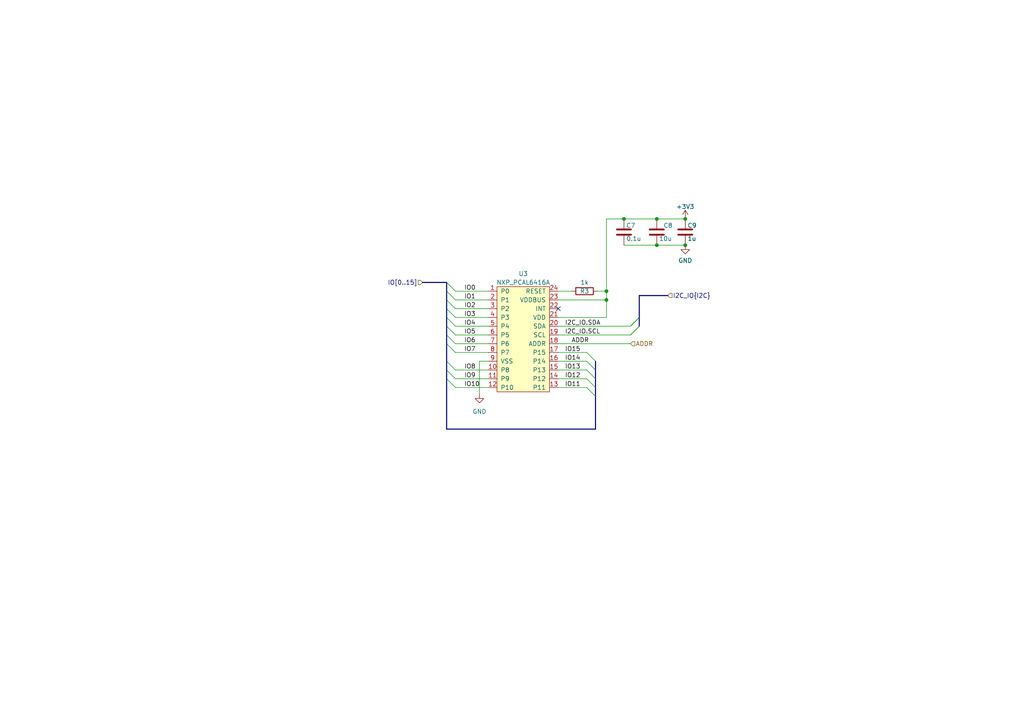
<source format=kicad_sch>
(kicad_sch (version 20211123) (generator eeschema)
  (paper "A4")
  (lib_symbols
    (symbol "Device:C" (pin_numbers hide) (pin_names (offset 0.254))
      (property "Reference" "C" (at 0.635 2.54 0))
      (property "Value" "C" (at 0.635 -2.54 0))
      (symbol "C_0_1"
        (polyline (pts (xy -2.032 -0.762) (xy 2.032 -0.762)) (stroke (width 0.508)))
        (polyline (pts (xy -2.032 0.762) (xy 2.032 0.762)) (stroke (width 0.508)))
      )
      (symbol "C_1_1"
        (pin passive line (at 0 3.81 270) (length 2.794) (name "~") (number "1"))
        (pin passive line (at 0 -3.81 90) (length 2.794) (name "~") (number "2"))
      )
    )
    (symbol "Device:R" (pin_numbers hide) (pin_names (offset 0))
      (property "Reference" "R" (at 2.032 0 90))
      (property "Value" "R" (at 0 0 90))
      (symbol "R_0_1"
        (rectangle (start -1.016 -2.54) (end 1.016 2.54) (stroke (width 0.254)))
      )
      (symbol "R_1_1"
        (pin passive line (at 0 3.81 270) (length 1.27) (name "~") (number "1"))
        (pin passive line (at 0 -3.81 90) (length 1.27) (name "~") (number "2"))
      )
    )
    (symbol "ILO_sym:NXP_PCAL6416A" (pin_names (offset 1.016))
      (property "Reference" "U" (at 0 11.43 0))
      (property "Value" "NXP_PCAL6416A" (at 0 13.97 0))
      (symbol "NXP_PCAL6416A_0_1"
        (rectangle (start -7.62 10.16) (end 7.62 -20.32) (fill (type background)))
      )
      (symbol "NXP_PCAL6416A_1_1"
        (pin input line (at -10.16 8.89 0) (length 2.54) (name "P0") (number "1"))
        (pin input line (at -10.16 -13.97 0) (length 2.54) (name "P8") (number "10"))
        (pin input line (at -10.16 -16.51 0) (length 2.54) (name "P9") (number "11"))
        (pin input line (at -10.16 -19.05 0) (length 2.54) (name "P10") (number "12"))
        (pin input line (at 10.16 -19.05 180) (length 2.54) (name "P11") (number "13"))
        (pin input line (at 10.16 -16.51 180) (length 2.54) (name "P12") (number "14"))
        (pin input line (at 10.16 -13.97 180) (length 2.54) (name "P13") (number "15"))
        (pin input line (at 10.16 -11.43 180) (length 2.54) (name "P14") (number "16"))
        (pin input line (at 10.16 -8.89 180) (length 2.54) (name "P15") (number "17"))
        (pin input line (at 10.16 -6.35 180) (length 2.54) (name "ADDR") (number "18"))
        (pin input line (at 10.16 -3.81 180) (length 2.54) (name "SCL") (number "19"))
        (pin input line (at -10.16 6.35 0) (length 2.54) (name "P1") (number "2"))
        (pin input line (at 10.16 -1.27 180) (length 2.54) (name "SDA") (number "20"))
        (pin input line (at 10.16 1.27 180) (length 2.54) (name "VDD") (number "21"))
        (pin input line (at 10.16 3.81 180) (length 2.54) (name "INT") (number "22"))
        (pin input line (at 10.16 6.35 180) (length 2.54) (name "VDDBUS") (number "23"))
        (pin input line (at 10.16 8.89 180) (length 2.54) (name "RESET") (number "24"))
        (pin input line (at -10.16 3.81 0) (length 2.54) (name "P2") (number "3"))
        (pin input line (at -10.16 1.27 0) (length 2.54) (name "P3") (number "4"))
        (pin input line (at -10.16 -1.27 0) (length 2.54) (name "P4") (number "5"))
        (pin input line (at -10.16 -3.81 0) (length 2.54) (name "P5") (number "6"))
        (pin input line (at -10.16 -6.35 0) (length 2.54) (name "P6") (number "7"))
        (pin input line (at -10.16 -8.89 0) (length 2.54) (name "P7") (number "8"))
        (pin input line (at -10.16 -11.43 0) (length 2.54) (name "VSS") (number "9"))
      )
    )
    (symbol "power:+3V3" (power) (pin_names (offset 0))
      (property "Value" "+3V3" (at 0 3.556 0))
      (symbol "+3V3_0_1"
        (polyline (pts (xy -0.762 1.27) (xy 0 2.54)))
        (polyline (pts (xy 0 0) (xy 0 2.54)))
        (polyline (pts (xy 0 2.54) (xy 0.762 1.27)))
      )
      (symbol "+3V3_1_1"
        (pin power_in line (at 0 0 90) (length 0) hide (name "+3V3") (number "1"))
      )
    )
    (symbol "power:GND" (power) (pin_names (offset 0))
      (property "Value" "GND" (at 0 -3.81 0))
      (symbol "GND_0_1"
        (polyline (pts (xy 0 0) (xy 0 -1.27) (xy 1.27 -1.27) (xy 0 -2.54) (xy -1.27 -1.27) (xy 0 -1.27)))
      )
      (symbol "GND_1_1"
        (pin power_in line (at 0 0 270) (length 0) hide (name "GND") (number "1"))
      )
    )
  )
  (bus_alias "I2C" (members "SDA" "SCL"))
  (junction (at 198.755 63.5))
  (junction (at 175.895 86.995))
  (junction (at 180.975 63.5))
  (junction (at 175.895 84.455))
  (junction (at 190.5 63.5))
  (junction (at 198.755 71.12))
  (junction (at 190.5 71.12))
  (no_connect (at 161.925 89.535))
  (bus_entry (at 170.18 104.775) (size 2.54 2.54))
  (bus_entry (at 185.42 94.615) (size -2.54 2.54))
  (bus_entry (at 170.18 109.855) (size 2.54 2.54))
  (bus_entry (at 170.18 102.235) (size 2.54 2.54))
  (bus_entry (at 185.42 94.615) (size -2.54 2.54))
  (bus_entry (at 185.42 92.075) (size -2.54 2.54))
  (bus_entry (at 129.54 84.455) (size 2.54 2.54))
  (bus_entry (at 185.42 92.075) (size -2.54 2.54))
  (bus_entry (at 129.54 99.695) (size 2.54 2.54))
  (bus_entry (at 129.54 104.775) (size 2.54 2.54))
  (bus_entry (at 170.18 107.315) (size 2.54 2.54))
  (bus_entry (at 129.54 94.615) (size 2.54 2.54))
  (bus_entry (at 170.18 112.395) (size 2.54 2.54))
  (bus_entry (at 129.54 89.535) (size 2.54 2.54))
  (bus_entry (at 129.54 86.995) (size 2.54 2.54))
  (bus_entry (at 129.54 109.855) (size 2.54 2.54))
  (bus_entry (at 129.54 97.155) (size 2.54 2.54))
  (bus_entry (at 129.54 81.915) (size 2.54 2.54))
  (bus_entry (at 129.54 92.075) (size 2.54 2.54))
  (bus_entry (at 129.54 107.315) (size 2.54 2.54))
  (bus (pts (xy 129.54 99.695) (xy 129.54 97.155)))
  (wire (pts (xy 190.5 71.12) (xy 198.755 71.12)))
  (bus (pts (xy 172.72 109.855) (xy 172.72 112.395)))
  (wire (pts (xy 132.08 102.235) (xy 141.605 102.235)))
  (bus (pts (xy 129.54 84.455) (xy 129.54 81.915)))
  (wire (pts (xy 182.88 99.695) (xy 161.925 99.695)))
  (wire (pts (xy 132.08 92.075) (xy 141.605 92.075)))
  (wire (pts (xy 132.08 112.395) (xy 141.605 112.395)))
  (wire (pts (xy 132.08 99.695) (xy 141.605 99.695)))
  (bus (pts (xy 172.72 114.935) (xy 172.72 124.46)))
  (bus (pts (xy 129.54 124.46) (xy 172.72 124.46)))
  (bus (pts (xy 129.54 97.155) (xy 129.54 94.615)))
  (wire (pts (xy 132.08 107.315) (xy 141.605 107.315)))
  (bus (pts (xy 129.54 104.775) (xy 129.54 107.315)))
  (wire (pts (xy 161.925 84.455) (xy 165.735 84.455)))
  (wire (pts (xy 132.08 109.855) (xy 141.605 109.855)))
  (wire (pts (xy 139.065 104.775) (xy 139.065 114.3)))
  (bus (pts (xy 129.54 92.075) (xy 129.54 89.535)))
  (wire (pts (xy 132.08 86.995) (xy 141.605 86.995)))
  (wire (pts (xy 132.08 97.155) (xy 141.605 97.155)))
  (wire (pts (xy 175.895 86.995) (xy 175.895 92.075)))
  (bus (pts (xy 129.54 94.615) (xy 129.54 92.075)))
  (wire (pts (xy 180.975 71.12) (xy 190.5 71.12)))
  (wire (pts (xy 141.605 104.775) (xy 139.065 104.775)))
  (wire (pts (xy 161.925 107.315) (xy 170.18 107.315)))
  (wire (pts (xy 175.895 84.455) (xy 175.895 86.995)))
  (wire (pts (xy 132.08 84.455) (xy 141.605 84.455)))
  (wire (pts (xy 173.355 84.455) (xy 175.895 84.455)))
  (bus (pts (xy 129.54 109.855) (xy 129.54 124.46)))
  (bus (pts (xy 129.54 89.535) (xy 129.54 86.995)))
  (wire (pts (xy 132.08 94.615) (xy 141.605 94.615)))
  (bus (pts (xy 129.54 107.315) (xy 129.54 109.855)))
  (wire (pts (xy 161.925 97.155) (xy 182.88 97.155)))
  (bus (pts (xy 122.555 81.915) (xy 129.54 81.915)))
  (bus (pts (xy 185.42 92.075) (xy 185.42 85.725)))
  (wire (pts (xy 175.895 63.5) (xy 180.975 63.5)))
  (bus (pts (xy 185.42 85.725) (xy 193.675 85.725)))
  (wire (pts (xy 132.08 89.535) (xy 141.605 89.535)))
  (wire (pts (xy 161.925 104.775) (xy 170.18 104.775)))
  (wire (pts (xy 161.925 94.615) (xy 182.88 94.615)))
  (bus (pts (xy 185.42 94.615) (xy 185.42 92.075)))
  (bus (pts (xy 172.72 104.775) (xy 172.72 107.315)))
  (wire (pts (xy 161.925 112.395) (xy 170.18 112.395)))
  (wire (pts (xy 161.925 109.855) (xy 170.18 109.855)))
  (bus (pts (xy 129.54 99.695) (xy 129.54 104.775)))
  (bus (pts (xy 172.72 112.395) (xy 172.72 114.935)))
  (bus (pts (xy 129.54 86.995) (xy 129.54 84.455)))
  (wire (pts (xy 161.925 102.235) (xy 170.18 102.235)))
  (wire (pts (xy 180.975 63.5) (xy 190.5 63.5)))
  (wire (pts (xy 175.895 63.5) (xy 175.895 84.455)))
  (wire (pts (xy 190.5 63.5) (xy 198.755 63.5)))
  (wire (pts (xy 175.895 92.075) (xy 161.925 92.075)))
  (bus (pts (xy 172.72 107.315) (xy 172.72 109.855)))
  (wire (pts (xy 175.895 86.995) (xy 161.925 86.995)))
  (label "IO7" (at 134.62 102.235 0))
  (label "IO2" (at 134.62 89.535 0))
  (label "IO1" (at 134.62 86.995 0))
  (label "IO14" (at 163.83 104.775 0))
  (label "IO0" (at 134.62 84.455 0))
  (label "IO6" (at 134.62 99.695 0))
  (label "IO13" (at 163.83 107.315 0))
  (label "ADDR" (at 165.735 99.695 0))
  (label "IO4" (at 134.62 94.615 0))
  (label "IO12" (at 163.83 109.855 0))
  (label "IO3" (at 134.62 92.075 0))
  (label "I2C_IO.SCL" (at 163.83 97.155 0))
  (label "IO10" (at 134.62 112.395 0))
  (label "IO15" (at 163.83 102.235 0))
  (label "IO9" (at 134.62 109.855 0))
  (label "IO8" (at 134.62 107.315 0))
  (label "I2C_IO.SDA" (at 163.83 94.615 0))
  (label "IO11" (at 163.83 112.395 0))
  (label "IO5" (at 134.62 97.155 0))
  (hierarchical_label "IO[0..15]" (shape input) (at 122.555 81.915 180))
  (hierarchical_label "ADDR" (shape input) (at 182.88 99.695 0))
  (hierarchical_label "I2C_IO{I2C}" (shape input) (at 193.675 85.725 0))
  (symbol (lib_id "Device:C") (at 190.5 67.31 0) (unit 1)
    (property "Reference" "C8" (at 192.405 65.405 0) (effects (justify left)))
    (property "Value" "10u" (at 191.135 69.215 0) (effects (justify left)))
    (property "Footprint" "Capacitor_SMD:C_0805_2012Metric" (effects hide))
    (property "Group" "C_10uF" (effects hide))
    (property "LCSC" "C1222438" (effects hide))
  )
  (symbol (lib_id "power:GND") (at 139.065 114.3 0) (unit 1)
    (property "Reference" "#PWR0118" (effects hide))
    (property "Value" "GND" (at 139.065 119.38 0))
  )
  (symbol (lib_id "Device:C") (at 180.975 67.31 0) (unit 1)
    (property "Reference" "C7" (at 181.61 65.405 0) (effects (justify left)))
    (property "Value" "0.1u" (at 181.61 69.215 0) (effects (justify left)))
    (property "Footprint" "Capacitor_SMD:C_0402_1005Metric" (effects hide))
    (property "Group" "C_100nF" (effects hide))
    (property "LCSC" "C1525" (effects hide))
  )
  (symbol (lib_id "power:GND") (at 198.755 71.12 0) (unit 1)
    (property "Reference" "#PWR0116" (effects hide))
    (property "Value" "GND" (at 198.755 75.565 0))
  )
  (symbol (lib_id "Device:C") (at 198.755 67.31 0) (unit 1)
    (property "Reference" "C9" (at 199.39 65.405 0) (effects (justify left)))
    (property "Value" "1u" (at 199.39 69.215 0) (effects (justify left)))
    (property "Footprint" "Capacitor_SMD:C_0603_1608Metric" (effects hide))
    (property "Group" "C_1uF" (effects hide))
    (property "LCSC" "C5189828" (effects hide))
  )
  (symbol (lib_id "power:+3V3") (at 198.755 63.5 0) (unit 1)
    (property "Reference" "#PWR0117" (effects hide))
    (property "Value" "+3V3" (at 198.755 59.944 0))
  )
  (symbol (lib_id "Device:R") (at 169.545 84.455 90) (unit 1)
    (property "Reference" "R3" (at 169.545 84.455 90))
    (property "Value" "1k" (at 169.545 81.915 90))
  )
  (symbol (lib_id "ILO_sym:NXP_PCAL6416A") (at 151.765 93.345 0) (unit 1)
    (property "Reference" "U3" (at 151.765 79.375 0))
    (property "Value" "NXP_PCAL6416A" (at 151.765 81.915 0))
    (property "Footprint" "ILO_fp:QFN24" (effects hide))
    (property "Datasheet" "https://www.nxp.com/docs/en/data-sheet/PCAL6416A.pdf" (effects hide))
    (property "LCSC" "C2652287" (effects hide))
  )
)
</source>
